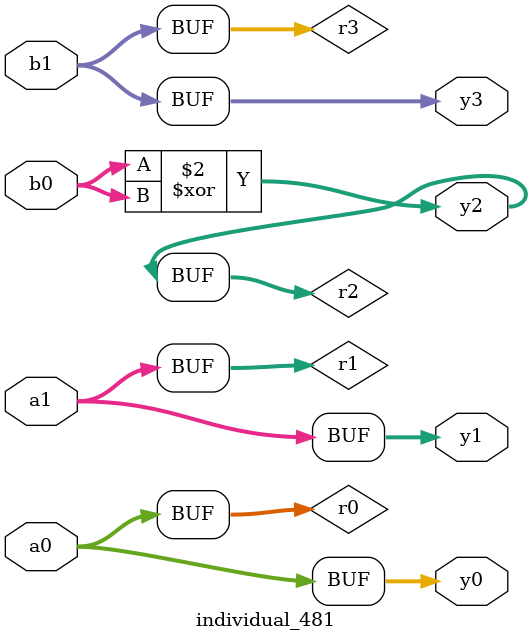
<source format=sv>
module individual_481(input logic [15:0] a1, input logic [15:0] a0, input logic [15:0] b1, input logic [15:0] b0, output logic [15:0] y3, output logic [15:0] y2, output logic [15:0] y1, output logic [15:0] y0);
logic [15:0] r0, r1, r2, r3; 
 always@(*) begin 
	 r0 = a0; r1 = a1; r2 = b0; r3 = b1; 
 	 r2  ^=  b0 ;
 	 y3 = r3; y2 = r2; y1 = r1; y0 = r0; 
end
endmodule
</source>
